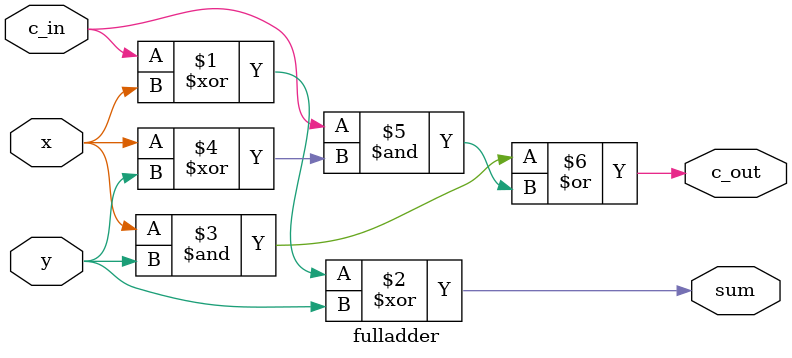
<source format=v>

module alu(
	input [3:0] opselect,
	input [31:0] x,
	input [31:0] y,
	output [31:0] res,
	output v,
	output c_out,
	output zero
	);
	
	//temporary regs
	reg [31:0] temp_res;
	reg temp_v=0;
	reg temp_c_out=0;
	
	//assigning final values from reg
	assign res = temp_res;
	assign v = temp_v;
	assign zero = &(~res);
	assign c_out = temp_c_out;
	
	//for addition and subtraction
	wire c_out_add, c_out_sub, temp_v_add, temp_v_sub;
	wire [31:0] sum, diff;
	adder32bit add(1'b0, x, y, sum, c_out_add, temp_v_add); 
	adder32bit sub(1'b1, x, ~y, diff, c_out_sub, temp_v_sub); 
	
	//main
	always @(*)
	begin 
		case(opselect)
		
			4'b0000: 
			//add
			begin
				temp_res = sum;
				temp_v = temp_v_add;
				temp_c_out = c_out_add;
			end
				
			4'b0001: 
			//subtract
			begin
				temp_res = diff;
				temp_v = temp_v_sub;
				temp_c_out = c_out_sub;
			end
			
			4'b0010:
			//multiplication
			begin
				temp_res = x*y;
				temp_v = 0;
				temp_c_out = 0;
			end
			
			4'b0011:
			//division - not implemented yet
			begin
				temp_res = 32'b0;
				temp_v = 0;
				temp_c_out = 0;
			end
				
			4'b0100: 
			//left shift
			begin
				temp_res = x << 1;
				temp_v = 0;
				temp_c_out = 0;
			end
			
			4'b0101: 
			//right shift
			begin
				temp_res = x >> 1;
				temp_v = 0;
				temp_c_out = 0;
			end
				
			4'b0110: 
			//greater than
			begin
				temp_res = (x>y)?32'b1:32'b0;
				temp_v = 0;
				temp_c_out = 0;
			end
				
			4'b0111: 
			//less than
			begin
				temp_res = (x<y)?32'b1:32'b0;
				temp_v = 0;
				temp_c_out = 0;
			end
			
			4'b1000: 
			//equal to
			begin
				temp_res = (x==y)?32'b1:32'b0;
				temp_v = 0;
				temp_c_out = 0;
			end
			
			4'b1001: 
			//logical AND
			begin
				temp_res = x & y;
				temp_v = 0;
				temp_c_out = 0;
			end
				
			4'b1010: 
			//logical OR
			begin
				temp_res = x | y;
				temp_v = 0;
				temp_c_out = 0;
			end
			
			4'b1011: 
			//logical NAND
			begin
				temp_res = ~(x&y);
				temp_v = 0;
				temp_c_out = 0;
			end
			
			4'b1100: 
			//logical NOR
			begin
				temp_res = ~(x|y);
				temp_v = 0;
				temp_c_out = 0;
			end
				
			4'b1101: 
			//logical XOR
			begin
				temp_res = x^y;
				temp_v = 0;
				temp_c_out = 0;
			end
			
			4'b1110: 
			//logical XNOR
			begin
				temp_res = ~(x^y);
				temp_v = 0;
				temp_c_out = 0;
			end
			
			4'b1111: 
			//free
			begin
				temp_res = 0;
				temp_v = 0;
				temp_c_out = 0;
			end
			
		endcase
	end
endmodule	

module adder32bit(
    input c_in,
    input [31:0] x,
    input [31:0] y,
    output [31:0] sum,
    output c_out,
    output v,
	 output c_out2
    );
	
    wire [29:0] temp_c;
    assign v = c_out2^c_out;
	 
	 fulladder A1(c_in, x[0], y[0], sum[0], temp_c[0]);
	 fulladder A2(temp_c[0], x[1], y[1], sum[1], temp_c[1]);
	 fulladder A3(temp_c[1], x[2], y[2], sum[2], temp_c[2]);
	 fulladder A4(temp_c[2], x[3], y[3], sum[3], temp_c[3]);
	 fulladder A5(temp_c[3], x[4], y[4], sum[4], temp_c[4]);
	 fulladder A6(temp_c[4], x[5], y[5], sum[5], temp_c[5]);
	 fulladder A7(temp_c[5], x[6], y[6], sum[6], temp_c[6]);
	 fulladder A8(temp_c[6], x[7], y[7], sum[7], temp_c[7]);
	 fulladder A9(temp_c[7], x[8], y[8], sum[8], temp_c[8]);
	 fulladder A10(temp_c[8], x[9], y[9], sum[9], temp_c[9]);
	 fulladder A11(temp_c[9], x[10], y[10], sum[10], temp_c[10]);
	 fulladder A12(temp_c[10], x[11], y[11], sum[11], temp_c[11]);
	 fulladder A13(temp_c[11], x[12], y[12], sum[12], temp_c[12]);
	 fulladder A14(temp_c[12], x[13], y[13], sum[13], temp_c[13]);
	 fulladder A15(temp_c[13], x[14], y[14], sum[14], temp_c[14]);
	 fulladder A16(temp_c[14], x[15], y[15], sum[15], temp_c[15]);
	 fulladder A17(temp_c[15], x[16], y[16], sum[16], temp_c[16]);
	 fulladder A18(temp_c[16], x[17], y[17], sum[17], temp_c[17]);
	 fulladder A19(temp_c[17], x[18], y[18], sum[18], temp_c[18]);
	 fulladder A20(temp_c[18], x[19], y[19], sum[19], temp_c[19]);
	 fulladder A21(temp_c[19], x[20], y[20], sum[20], temp_c[20]);
	 fulladder A22(temp_c[20], x[21], y[21], sum[21], temp_c[21]);
	 fulladder A23(temp_c[21], x[22], y[22], sum[22], temp_c[22]);
	 fulladder A24(temp_c[22], x[23], y[23], sum[23], temp_c[23]);
	 fulladder A25(temp_c[23], x[24], y[24], sum[24], temp_c[24]);
	 fulladder A26(temp_c[24], x[25], y[25], sum[25], temp_c[25]);
	 fulladder A27(temp_c[25], x[26], y[26], sum[26], temp_c[26]);
	 fulladder A28(temp_c[26], x[27], y[27], sum[27], temp_c[27]);
	 fulladder A29(temp_c[27], x[28], y[28], sum[28], temp_c[28]);
	 fulladder A30(temp_c[28], x[29], y[29], sum[29], temp_c[29]);
	 fulladder A31(temp_c[29], x[30], y[30], sum[30], c_out2);
	 fulladder A32(c_out2, x[31], y[31], sum[31], c_out);
	 
endmodule

module fulladder(
	input c_in,
	input x,
	input y,
	output sum,
	output c_out
	);
	
	assign sum = c_in^x^y;
	assign c_out = (x&y)|(c_in&(x^y));
	
endmodule


</source>
